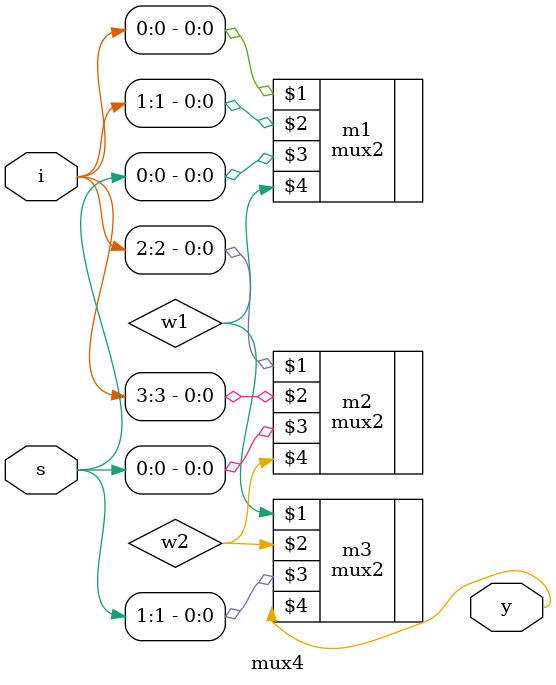
<source format=v>
module mux4(i,s,y);
input [3:0]i;
input [1:0]s;
output y;
wire w1,w2;

mux2 m1(i[0],i[1],s[0],w1);
mux2 m2(i[2],i[3],s[0],w2);
mux2 m3(w1,w2,s[1],y);
endmodule

//module mux4 (i0, i1, i2, i3, s, y);
//input i0,i1,i2,i3;
//input [1:0] s;
//output reg y;
//
//always@(*)
//begin
//
//case (s)
//2'b00 : y=i0;
//2'b01 : y=i1;
//2'b10 : y=i2;
//default : y=i3;
//endcase
//end
//endmodule
</source>
